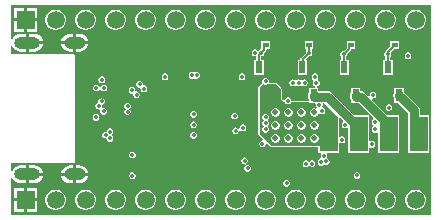
<source format=gbl>
G04*
G04 #@! TF.GenerationSoftware,Altium Limited,Altium Designer,21.0.8 (223)*
G04*
G04 Layer_Physical_Order=6*
G04 Layer_Color=16711680*
%FSLAX25Y25*%
%MOIN*%
G70*
G04*
G04 #@! TF.SameCoordinates,8808BF78-C309-42CA-8E72-27723A8412DA*
G04*
G04*
G04 #@! TF.FilePolarity,Positive*
G04*
G01*
G75*
%ADD17R,0.01968X0.01772*%
%ADD56C,0.00700*%
%ADD59C,0.05906*%
%ADD60R,0.05906X0.05906*%
%ADD61O,0.08661X0.03937*%
%ADD62O,0.07087X0.03937*%
%ADD63C,0.01400*%
%ADD64C,0.01968*%
%ADD65R,0.05906X0.11811*%
%ADD66R,0.02362X0.04134*%
%ADD67C,0.03000*%
G36*
X140000D02*
X0D01*
Y12300D01*
X500Y12399D01*
X671Y11987D01*
X1147Y11367D01*
X1767Y10891D01*
X2489Y10592D01*
X3264Y10490D01*
X5126D01*
Y13484D01*
Y16478D01*
X3264D01*
X2489Y16376D01*
X1767Y16077D01*
X1147Y15601D01*
X671Y14981D01*
X500Y14569D01*
X0Y14669D01*
Y17284D01*
X20980Y17284D01*
X21286Y17410D01*
X21413Y17717D01*
Y53150D01*
X21286Y53456D01*
X20980Y53583D01*
X0Y53583D01*
Y56198D01*
X500Y56297D01*
X671Y55885D01*
X1147Y55265D01*
X1767Y54789D01*
X2489Y54490D01*
X3264Y54388D01*
X5126D01*
Y57382D01*
Y60376D01*
X3264D01*
X2489Y60274D01*
X1767Y59975D01*
X1147Y59499D01*
X671Y58879D01*
X500Y58467D01*
X0Y58566D01*
Y70000D01*
X140000D01*
Y0D01*
D02*
G37*
%LPC*%
G36*
X8953Y68953D02*
X5500D01*
Y65500D01*
X8953D01*
Y68953D01*
D02*
G37*
G36*
X4500D02*
X1047D01*
Y65500D01*
X4500D01*
Y68953D01*
D02*
G37*
G36*
X135441Y68353D02*
X134559D01*
X133706Y68124D01*
X132941Y67683D01*
X132317Y67059D01*
X131876Y66294D01*
X131647Y65441D01*
Y64559D01*
X131876Y63706D01*
X132317Y62941D01*
X132941Y62317D01*
X133706Y61876D01*
X134559Y61647D01*
X135441D01*
X136294Y61876D01*
X137059Y62317D01*
X137683Y62941D01*
X138124Y63706D01*
X138353Y64559D01*
Y65441D01*
X138124Y66294D01*
X137683Y67059D01*
X137059Y67683D01*
X136294Y68124D01*
X135441Y68353D01*
D02*
G37*
G36*
X125441D02*
X124559D01*
X123706Y68124D01*
X122941Y67683D01*
X122317Y67059D01*
X121876Y66294D01*
X121647Y65441D01*
Y64559D01*
X121876Y63706D01*
X122317Y62941D01*
X122941Y62317D01*
X123706Y61876D01*
X124559Y61647D01*
X125441D01*
X126294Y61876D01*
X127059Y62317D01*
X127683Y62941D01*
X128124Y63706D01*
X128353Y64559D01*
Y65441D01*
X128124Y66294D01*
X127683Y67059D01*
X127059Y67683D01*
X126294Y68124D01*
X125441Y68353D01*
D02*
G37*
G36*
X115441D02*
X114559D01*
X113706Y68124D01*
X112941Y67683D01*
X112317Y67059D01*
X111876Y66294D01*
X111647Y65441D01*
Y64559D01*
X111876Y63706D01*
X112317Y62941D01*
X112941Y62317D01*
X113706Y61876D01*
X114559Y61647D01*
X115441D01*
X116294Y61876D01*
X117059Y62317D01*
X117683Y62941D01*
X118124Y63706D01*
X118353Y64559D01*
Y65441D01*
X118124Y66294D01*
X117683Y67059D01*
X117059Y67683D01*
X116294Y68124D01*
X115441Y68353D01*
D02*
G37*
G36*
X105441D02*
X104559D01*
X103706Y68124D01*
X102941Y67683D01*
X102317Y67059D01*
X101876Y66294D01*
X101647Y65441D01*
Y64559D01*
X101876Y63706D01*
X102317Y62941D01*
X102941Y62317D01*
X103706Y61876D01*
X104559Y61647D01*
X105441D01*
X106294Y61876D01*
X107059Y62317D01*
X107683Y62941D01*
X108124Y63706D01*
X108353Y64559D01*
Y65441D01*
X108124Y66294D01*
X107683Y67059D01*
X107059Y67683D01*
X106294Y68124D01*
X105441Y68353D01*
D02*
G37*
G36*
X95441D02*
X94559D01*
X93706Y68124D01*
X92941Y67683D01*
X92317Y67059D01*
X91876Y66294D01*
X91647Y65441D01*
Y64559D01*
X91876Y63706D01*
X92317Y62941D01*
X92941Y62317D01*
X93706Y61876D01*
X94559Y61647D01*
X95441D01*
X96294Y61876D01*
X97059Y62317D01*
X97683Y62941D01*
X98124Y63706D01*
X98353Y64559D01*
Y65441D01*
X98124Y66294D01*
X97683Y67059D01*
X97059Y67683D01*
X96294Y68124D01*
X95441Y68353D01*
D02*
G37*
G36*
X85441D02*
X84559D01*
X83706Y68124D01*
X82941Y67683D01*
X82317Y67059D01*
X81876Y66294D01*
X81647Y65441D01*
Y64559D01*
X81876Y63706D01*
X82317Y62941D01*
X82941Y62317D01*
X83706Y61876D01*
X84559Y61647D01*
X85441D01*
X86294Y61876D01*
X87059Y62317D01*
X87683Y62941D01*
X88124Y63706D01*
X88353Y64559D01*
Y65441D01*
X88124Y66294D01*
X87683Y67059D01*
X87059Y67683D01*
X86294Y68124D01*
X85441Y68353D01*
D02*
G37*
G36*
X75441D02*
X74559D01*
X73706Y68124D01*
X72941Y67683D01*
X72317Y67059D01*
X71876Y66294D01*
X71647Y65441D01*
Y64559D01*
X71876Y63706D01*
X72317Y62941D01*
X72941Y62317D01*
X73706Y61876D01*
X74559Y61647D01*
X75441D01*
X76294Y61876D01*
X77059Y62317D01*
X77683Y62941D01*
X78124Y63706D01*
X78353Y64559D01*
Y65441D01*
X78124Y66294D01*
X77683Y67059D01*
X77059Y67683D01*
X76294Y68124D01*
X75441Y68353D01*
D02*
G37*
G36*
X65441D02*
X64559D01*
X63706Y68124D01*
X62941Y67683D01*
X62317Y67059D01*
X61876Y66294D01*
X61647Y65441D01*
Y64559D01*
X61876Y63706D01*
X62317Y62941D01*
X62941Y62317D01*
X63706Y61876D01*
X64559Y61647D01*
X65441D01*
X66294Y61876D01*
X67059Y62317D01*
X67683Y62941D01*
X68124Y63706D01*
X68353Y64559D01*
Y65441D01*
X68124Y66294D01*
X67683Y67059D01*
X67059Y67683D01*
X66294Y68124D01*
X65441Y68353D01*
D02*
G37*
G36*
X55441D02*
X54559D01*
X53706Y68124D01*
X52941Y67683D01*
X52317Y67059D01*
X51876Y66294D01*
X51647Y65441D01*
Y64559D01*
X51876Y63706D01*
X52317Y62941D01*
X52941Y62317D01*
X53706Y61876D01*
X54559Y61647D01*
X55441D01*
X56294Y61876D01*
X57059Y62317D01*
X57683Y62941D01*
X58124Y63706D01*
X58353Y64559D01*
Y65441D01*
X58124Y66294D01*
X57683Y67059D01*
X57059Y67683D01*
X56294Y68124D01*
X55441Y68353D01*
D02*
G37*
G36*
X45441D02*
X44559D01*
X43706Y68124D01*
X42941Y67683D01*
X42317Y67059D01*
X41876Y66294D01*
X41647Y65441D01*
Y64559D01*
X41876Y63706D01*
X42317Y62941D01*
X42941Y62317D01*
X43706Y61876D01*
X44559Y61647D01*
X45441D01*
X46294Y61876D01*
X47059Y62317D01*
X47683Y62941D01*
X48124Y63706D01*
X48353Y64559D01*
Y65441D01*
X48124Y66294D01*
X47683Y67059D01*
X47059Y67683D01*
X46294Y68124D01*
X45441Y68353D01*
D02*
G37*
G36*
X35441D02*
X34559D01*
X33706Y68124D01*
X32941Y67683D01*
X32317Y67059D01*
X31876Y66294D01*
X31647Y65441D01*
Y64559D01*
X31876Y63706D01*
X32317Y62941D01*
X32941Y62317D01*
X33706Y61876D01*
X34559Y61647D01*
X35441D01*
X36294Y61876D01*
X37059Y62317D01*
X37683Y62941D01*
X38124Y63706D01*
X38353Y64559D01*
Y65441D01*
X38124Y66294D01*
X37683Y67059D01*
X37059Y67683D01*
X36294Y68124D01*
X35441Y68353D01*
D02*
G37*
G36*
X25441D02*
X24559D01*
X23706Y68124D01*
X22941Y67683D01*
X22317Y67059D01*
X21876Y66294D01*
X21647Y65441D01*
Y64559D01*
X21876Y63706D01*
X22317Y62941D01*
X22941Y62317D01*
X23706Y61876D01*
X24559Y61647D01*
X25441D01*
X26294Y61876D01*
X27059Y62317D01*
X27683Y62941D01*
X28124Y63706D01*
X28353Y64559D01*
Y65441D01*
X28124Y66294D01*
X27683Y67059D01*
X27059Y67683D01*
X26294Y68124D01*
X25441Y68353D01*
D02*
G37*
G36*
X15441D02*
X14559D01*
X13706Y68124D01*
X12941Y67683D01*
X12317Y67059D01*
X11876Y66294D01*
X11647Y65441D01*
Y64559D01*
X11876Y63706D01*
X12317Y62941D01*
X12941Y62317D01*
X13706Y61876D01*
X14559Y61647D01*
X15441D01*
X16294Y61876D01*
X17059Y62317D01*
X17683Y62941D01*
X18124Y63706D01*
X18353Y64559D01*
Y65441D01*
X18124Y66294D01*
X17683Y67059D01*
X17059Y67683D01*
X16294Y68124D01*
X15441Y68353D01*
D02*
G37*
G36*
X8953Y64500D02*
X5500D01*
Y61047D01*
X8953D01*
Y64500D01*
D02*
G37*
G36*
X4500D02*
X1047D01*
Y61047D01*
X4500D01*
Y64500D01*
D02*
G37*
G36*
X22949Y60376D02*
X21874D01*
Y57882D01*
X25877D01*
X25841Y58157D01*
X25542Y58879D01*
X25066Y59499D01*
X24446Y59975D01*
X23724Y60274D01*
X22949Y60376D01*
D02*
G37*
G36*
X20874D02*
X19799D01*
X19024Y60274D01*
X18302Y59975D01*
X17682Y59499D01*
X17206Y58879D01*
X16907Y58157D01*
X16871Y57882D01*
X20874D01*
Y60376D01*
D02*
G37*
G36*
X7988D02*
X6126D01*
Y57882D01*
X10916D01*
X10880Y58157D01*
X10581Y58879D01*
X10105Y59499D01*
X9485Y59975D01*
X8763Y60274D01*
X7988Y60376D01*
D02*
G37*
G36*
X86408Y57786D02*
X83639D01*
Y55221D01*
X83519Y55100D01*
X83281D01*
X82877Y54932D01*
X82827Y54882D01*
X82500Y54668D01*
X82173Y54882D01*
X82123Y54932D01*
X81719Y55100D01*
X81281D01*
X80877Y54932D01*
X80568Y54623D01*
X80400Y54219D01*
Y53781D01*
X80568Y53377D01*
X80877Y53067D01*
X81281Y52900D01*
X81719D01*
X81995Y52715D01*
Y51593D01*
X81179D01*
Y46659D01*
X84341D01*
Y51593D01*
X83525D01*
Y52900D01*
X83719D01*
X84123Y53067D01*
X84433Y53377D01*
X84600Y53781D01*
Y54019D01*
X85075Y54494D01*
X85075Y54494D01*
X85241Y54742D01*
X85299Y55034D01*
X85734Y55214D01*
X86408D01*
Y57786D01*
D02*
G37*
G36*
X25877Y56882D02*
X21874D01*
Y54388D01*
X22949D01*
X23724Y54490D01*
X24446Y54789D01*
X25066Y55265D01*
X25542Y55885D01*
X25841Y56607D01*
X25877Y56882D01*
D02*
G37*
G36*
X20874D02*
X16871D01*
X16907Y56607D01*
X17206Y55885D01*
X17682Y55265D01*
X18302Y54789D01*
X19024Y54490D01*
X19799Y54388D01*
X20874D01*
Y56882D01*
D02*
G37*
G36*
X10916D02*
X6126D01*
Y54388D01*
X7988D01*
X8763Y54490D01*
X9485Y54789D01*
X10105Y55265D01*
X10581Y55885D01*
X10880Y56607D01*
X10916Y56882D01*
D02*
G37*
G36*
X132719Y54100D02*
X132281D01*
X131877Y53932D01*
X131568Y53623D01*
X131400Y53219D01*
Y52781D01*
X131568Y52377D01*
X131877Y52068D01*
X132281Y51900D01*
X132719D01*
X133123Y52068D01*
X133432Y52377D01*
X133600Y52781D01*
Y53219D01*
X133432Y53623D01*
X133123Y53932D01*
X132719Y54100D01*
D02*
G37*
G36*
X62219Y47600D02*
X61781D01*
X61377Y47433D01*
X61250Y47306D01*
X61123Y47433D01*
X60719Y47600D01*
X60281D01*
X59877Y47433D01*
X59567Y47123D01*
X59400Y46719D01*
Y46281D01*
X59567Y45877D01*
X59877Y45568D01*
X60281Y45400D01*
X60719D01*
X61123Y45568D01*
X61250Y45694D01*
X61377Y45568D01*
X61781Y45400D01*
X62219D01*
X62623Y45568D01*
X62932Y45877D01*
X63100Y46281D01*
Y46719D01*
X62932Y47123D01*
X62623Y47433D01*
X62219Y47600D01*
D02*
G37*
G36*
X129408Y57786D02*
X126639D01*
Y56197D01*
X125219Y54777D01*
X125053Y54529D01*
X125009Y54304D01*
X124827Y54123D01*
X124660Y53719D01*
Y53281D01*
X124827Y52877D01*
X124995Y52709D01*
Y51593D01*
X124179D01*
Y46659D01*
X127341D01*
Y51593D01*
X126524D01*
Y52709D01*
X126692Y52877D01*
X126860Y53281D01*
Y53719D01*
X126703Y54098D01*
X127819Y55214D01*
X129408D01*
Y57786D01*
D02*
G37*
G36*
X114908D02*
X112139D01*
Y56038D01*
X112125Y55964D01*
Y55706D01*
X111019Y54600D01*
X110781D01*
X110377Y54432D01*
X110067Y54123D01*
X109900Y53719D01*
Y53281D01*
X110067Y52877D01*
X110235Y52709D01*
Y51593D01*
X109679D01*
Y46659D01*
X112841D01*
Y51593D01*
X111765D01*
Y52709D01*
X111933Y52877D01*
X112100Y53281D01*
Y53519D01*
X113430Y54849D01*
X113596Y55097D01*
X113619Y55214D01*
X114908D01*
Y57786D01*
D02*
G37*
G36*
X100908D02*
X98139D01*
Y55214D01*
X98550D01*
X98659Y54714D01*
X98567Y54623D01*
X98400Y54219D01*
Y53981D01*
X96792Y52374D01*
X96626Y52126D01*
X96568Y51833D01*
Y51593D01*
X95679D01*
Y46659D01*
X98841D01*
Y51593D01*
X98828D01*
X98636Y52055D01*
X99481Y52900D01*
X99719D01*
X100123Y53067D01*
X100433Y53377D01*
X100600Y53781D01*
Y54219D01*
X100433Y54623D01*
X100341Y54714D01*
X100450Y55214D01*
X100908D01*
Y57786D01*
D02*
G37*
G36*
X77343Y47100D02*
X76906D01*
X76501Y46933D01*
X76192Y46623D01*
X76024Y46219D01*
Y45781D01*
X76192Y45377D01*
X76501Y45068D01*
X76906Y44900D01*
X77343D01*
X77747Y45068D01*
X78057Y45377D01*
X78224Y45781D01*
Y46219D01*
X78057Y46623D01*
X77747Y46933D01*
X77343Y47100D01*
D02*
G37*
G36*
X51719D02*
X51281D01*
X50877Y46933D01*
X50568Y46623D01*
X50400Y46219D01*
Y45781D01*
X50568Y45377D01*
X50877Y45068D01*
X51281Y44900D01*
X51719D01*
X52123Y45068D01*
X52433Y45377D01*
X52600Y45781D01*
Y46219D01*
X52433Y46623D01*
X52123Y46933D01*
X51719Y47100D01*
D02*
G37*
G36*
X98219Y45100D02*
X97781D01*
X97377Y44932D01*
X97327Y44882D01*
X97000Y44668D01*
X96673Y44882D01*
X96623Y44932D01*
X96219Y45100D01*
X95781D01*
X95377Y44932D01*
X95327Y44882D01*
X95000Y44668D01*
X94673Y44882D01*
X94623Y44932D01*
X94219Y45100D01*
X93781D01*
X93377Y44932D01*
X93068Y44623D01*
X92900Y44219D01*
Y43781D01*
X93068Y43377D01*
X93377Y43067D01*
X93781Y42900D01*
X94219D01*
X94623Y43067D01*
X94673Y43118D01*
X95000Y43332D01*
X95327Y43118D01*
X95377Y43067D01*
X95781Y42900D01*
X96219D01*
X96623Y43067D01*
X96673Y43118D01*
X97000Y43332D01*
X97327Y43118D01*
X97377Y43067D01*
X97781Y42900D01*
X98219D01*
X98623Y43067D01*
X98932Y43377D01*
X99100Y43781D01*
Y44219D01*
X98932Y44623D01*
X98623Y44932D01*
X98219Y45100D01*
D02*
G37*
G36*
X30619Y46100D02*
X30181D01*
X29777Y45932D01*
X29467Y45623D01*
X29300Y45219D01*
Y44781D01*
X29467Y44377D01*
X29777Y44067D01*
X30181Y43900D01*
X30619D01*
X31023Y44067D01*
X31332Y44377D01*
X31500Y44781D01*
Y45219D01*
X31332Y45623D01*
X31023Y45932D01*
X30619Y46100D01*
D02*
G37*
G36*
X31319Y43300D02*
X30881D01*
X30477Y43132D01*
X30167Y42823D01*
X30121Y42710D01*
X29579D01*
X29533Y42823D01*
X29223Y43132D01*
X28819Y43300D01*
X28381D01*
X27977Y43132D01*
X27667Y42823D01*
X27500Y42419D01*
Y41981D01*
X27667Y41577D01*
X27977Y41267D01*
X28381Y41100D01*
X28819D01*
X29223Y41267D01*
X29533Y41577D01*
X29579Y41690D01*
X30121D01*
X30167Y41577D01*
X30477Y41267D01*
X30881Y41100D01*
X31319D01*
X31723Y41267D01*
X32032Y41577D01*
X32200Y41981D01*
Y42419D01*
X32032Y42823D01*
X31723Y43132D01*
X31319Y43300D01*
D02*
G37*
G36*
X43219Y44600D02*
X42781D01*
X42377Y44433D01*
X42068Y44123D01*
X41900Y43719D01*
Y43281D01*
X42068Y42877D01*
X42377Y42568D01*
X42781Y42400D01*
X42938D01*
X43270Y42270D01*
X43400Y41938D01*
Y41781D01*
X43567Y41377D01*
X43877Y41067D01*
X44281Y40900D01*
X44719D01*
X45123Y41067D01*
X45432Y41377D01*
X45600Y41781D01*
Y42219D01*
X45432Y42623D01*
X45123Y42933D01*
X44719Y43100D01*
X44562D01*
X44230Y43230D01*
X44100Y43562D01*
Y43719D01*
X43933Y44123D01*
X43623Y44433D01*
X43219Y44600D01*
D02*
G37*
G36*
X40719Y42600D02*
X40281D01*
X39877Y42432D01*
X39568Y42123D01*
X39400Y41719D01*
Y41281D01*
X39568Y40877D01*
X39877Y40567D01*
X40281Y40400D01*
X40438D01*
X40770Y40270D01*
X40900Y39938D01*
Y39781D01*
X41067Y39377D01*
X41377Y39068D01*
X41781Y38900D01*
X42219D01*
X42623Y39068D01*
X42933Y39377D01*
X43100Y39781D01*
Y40219D01*
X42933Y40623D01*
X42623Y40933D01*
X42219Y41100D01*
X42062D01*
X41730Y41230D01*
X41600Y41562D01*
Y41719D01*
X41432Y42123D01*
X41123Y42432D01*
X40719Y42600D01*
D02*
G37*
G36*
X101719Y47100D02*
X101281D01*
X100877Y46933D01*
X100567Y46623D01*
X100400Y46219D01*
Y45781D01*
X100567Y45377D01*
X100868Y45077D01*
X100877Y45068D01*
X100968Y44524D01*
X100801Y44120D01*
Y43682D01*
X100968Y43278D01*
X101278Y42968D01*
X101585Y42841D01*
X101486Y42341D01*
X99419D01*
Y40928D01*
X99210Y40615D01*
X99063Y39874D01*
Y39626D01*
X99210Y38885D01*
X99419Y38572D01*
Y37933D01*
X93600D01*
Y38219D01*
X93432Y38623D01*
X93123Y38932D01*
X92719Y39100D01*
X92281D01*
X91877Y38932D01*
X91567Y38623D01*
X91459Y38361D01*
X91050Y38214D01*
X90900Y38212D01*
X90433Y38679D01*
Y42000D01*
X90306Y42306D01*
X88806Y43806D01*
X88500Y43933D01*
X86333D01*
X86100Y44281D01*
Y44719D01*
X85932Y45123D01*
X85623Y45432D01*
X85219Y45600D01*
X84781D01*
X84377Y45432D01*
X84067Y45123D01*
X83900Y44719D01*
Y44281D01*
X83694Y43806D01*
X82694Y42806D01*
X82567Y42500D01*
Y27000D01*
X82694Y26694D01*
X84136Y25252D01*
X83929Y24752D01*
X83746D01*
X83342Y24584D01*
X83033Y24275D01*
X82865Y23870D01*
Y23433D01*
X83033Y23029D01*
X83342Y22719D01*
X83746Y22552D01*
X84184D01*
X84588Y22719D01*
X84898Y23029D01*
X85065Y23433D01*
Y23616D01*
X85565Y23823D01*
X86694Y22694D01*
X87000Y22567D01*
X102647D01*
Y20695D01*
X103381D01*
X103588Y20195D01*
X103568Y20174D01*
X103400Y19769D01*
Y19332D01*
X103496Y19100D01*
X103311Y18669D01*
X103215Y18573D01*
X102877Y18432D01*
X102568Y18123D01*
X102400Y17719D01*
Y17281D01*
X102568Y16877D01*
X102877Y16567D01*
X103281Y16400D01*
X103719D01*
X104123Y16567D01*
X104172Y16616D01*
X104656Y16839D01*
X105061Y16671D01*
X105498D01*
X105903Y16839D01*
X106212Y17148D01*
X106379Y17552D01*
Y17990D01*
X106212Y18394D01*
X105903Y18704D01*
X105849Y18726D01*
X105503Y18893D01*
X105599Y19329D01*
X105600Y19332D01*
Y19769D01*
X105432Y20174D01*
X105412Y20195D01*
X105619Y20695D01*
X109353D01*
Y23306D01*
X109433Y23500D01*
Y23804D01*
X109677Y23949D01*
X109933Y24044D01*
X110281Y23900D01*
X110719D01*
X111123Y24068D01*
X111433Y24377D01*
X111600Y24781D01*
Y25219D01*
X111433Y25623D01*
X111123Y25932D01*
X110719Y26100D01*
X110281D01*
X109933Y25956D01*
X109677Y26051D01*
X109433Y26196D01*
Y32297D01*
X109930Y32507D01*
X110938Y31499D01*
X110877Y30933D01*
X110567Y30623D01*
X110400Y30219D01*
Y29781D01*
X110567Y29377D01*
X110877Y29068D01*
X111281Y28900D01*
X111719D01*
X112123Y29068D01*
X112147Y29092D01*
X112647Y28885D01*
Y20695D01*
X119353D01*
Y22385D01*
X119853Y22592D01*
X119877Y22568D01*
X120281Y22400D01*
X120719D01*
X121123Y22568D01*
X121432Y22877D01*
X121600Y23281D01*
Y23719D01*
X121432Y24123D01*
X121123Y24432D01*
X120719Y24600D01*
X120281D01*
X119877Y24432D01*
X119853Y24408D01*
X119353Y24615D01*
Y33305D01*
X114734D01*
X114581Y33336D01*
X107240Y40677D01*
X106611Y41097D01*
X105870Y41244D01*
X102581D01*
Y42341D01*
X102316D01*
X102216Y42841D01*
X102524Y42968D01*
X102833Y43278D01*
X103001Y43682D01*
Y44120D01*
X102833Y44524D01*
X102533Y44824D01*
X102524Y44833D01*
X102433Y45377D01*
X102600Y45781D01*
Y46219D01*
X102433Y46623D01*
X102123Y46933D01*
X101719Y47100D01*
D02*
G37*
G36*
X126319Y36800D02*
X125881D01*
X125477Y36632D01*
X125168Y36323D01*
X125000Y35919D01*
Y35481D01*
X125168Y35077D01*
X125477Y34767D01*
X125881Y34600D01*
X126319D01*
X126723Y34767D01*
X127032Y35077D01*
X127200Y35481D01*
Y35919D01*
X127032Y36323D01*
X126723Y36632D01*
X126319Y36800D01*
D02*
G37*
G36*
X30589Y38900D02*
X30152D01*
X29747Y38732D01*
X29438Y38423D01*
X29270Y38019D01*
Y37581D01*
X28841Y37312D01*
X28713Y37260D01*
X28403Y36950D01*
X28236Y36546D01*
Y36108D01*
X28403Y35704D01*
X28713Y35394D01*
X29117Y35227D01*
X29555D01*
X29572Y35234D01*
X29955Y34852D01*
X29900Y34719D01*
Y34281D01*
X30068Y33877D01*
X30377Y33568D01*
X30781Y33400D01*
X31219D01*
X31623Y33568D01*
X31933Y33877D01*
X32100Y34281D01*
Y34719D01*
X31933Y35123D01*
X31623Y35432D01*
X31219Y35600D01*
X30781D01*
X30764Y35593D01*
X30381Y35975D01*
X30436Y36108D01*
Y36546D01*
X30866Y36815D01*
X30994Y36867D01*
X31303Y37177D01*
X31470Y37581D01*
Y38019D01*
X31303Y38423D01*
X30994Y38732D01*
X30589Y38900D01*
D02*
G37*
G36*
X39219Y37250D02*
X38781D01*
X38377Y37082D01*
X38067Y36773D01*
X37900Y36369D01*
Y35931D01*
X38067Y35527D01*
X38344Y35250D01*
X38067Y34973D01*
X37900Y34569D01*
Y34131D01*
X38067Y33727D01*
X38377Y33417D01*
X38781Y33250D01*
X39219D01*
X39623Y33417D01*
X39933Y33727D01*
X40100Y34131D01*
Y34569D01*
X39933Y34973D01*
X39656Y35250D01*
X39933Y35527D01*
X40100Y35931D01*
Y36369D01*
X39933Y36773D01*
X39623Y37082D01*
X39219Y37250D01*
D02*
G37*
G36*
X61232Y34600D02*
X60794D01*
X60390Y34433D01*
X60080Y34123D01*
X59913Y33719D01*
Y33281D01*
X60080Y32877D01*
X60390Y32568D01*
X60794Y32400D01*
X61232D01*
X61636Y32568D01*
X61945Y32877D01*
X62113Y33281D01*
Y33719D01*
X61945Y34123D01*
X61636Y34433D01*
X61232Y34600D01*
D02*
G37*
G36*
X74920Y33956D02*
X74482D01*
X74078Y33789D01*
X73769Y33479D01*
X73601Y33075D01*
Y32637D01*
X73769Y32233D01*
X74078Y31924D01*
X74482Y31756D01*
X74920D01*
X75324Y31924D01*
X75634Y32233D01*
X75801Y32637D01*
Y33075D01*
X75634Y33479D01*
X75324Y33789D01*
X74920Y33956D01*
D02*
G37*
G36*
X28719Y33600D02*
X28281D01*
X27877Y33432D01*
X27567Y33123D01*
X27400Y32719D01*
Y32281D01*
X27567Y31877D01*
X27877Y31567D01*
X28281Y31400D01*
X28719D01*
X29123Y31567D01*
X29432Y31877D01*
X29600Y32281D01*
Y32719D01*
X29432Y33123D01*
X29123Y33432D01*
X28719Y33600D01*
D02*
G37*
G36*
X61219Y31100D02*
X60781D01*
X60377Y30933D01*
X60067Y30623D01*
X59900Y30219D01*
Y29781D01*
X60067Y29377D01*
X60377Y29068D01*
X60781Y28900D01*
X61219D01*
X61623Y29068D01*
X61932Y29377D01*
X62100Y29781D01*
Y30219D01*
X61932Y30623D01*
X61623Y30933D01*
X61219Y31100D01*
D02*
G37*
G36*
X77719Y30100D02*
X77281D01*
X76877Y29932D01*
X76568Y29623D01*
X76400Y29219D01*
Y28859D01*
X76400Y28781D01*
X75945Y28612D01*
X75933Y28623D01*
X75896Y28660D01*
X75623Y28932D01*
X75219Y29100D01*
X74781D01*
X74377Y28932D01*
X74067Y28623D01*
X73900Y28219D01*
Y27781D01*
X74067Y27377D01*
X74377Y27068D01*
X74781Y26900D01*
X75219D01*
X75623Y27068D01*
X75933Y27377D01*
X76100Y27781D01*
Y28141D01*
X76100Y28219D01*
X76556Y28388D01*
X76568Y28377D01*
X76604Y28340D01*
X76877Y28067D01*
X77281Y27900D01*
X77719D01*
X78123Y28067D01*
X78433Y28377D01*
X78600Y28781D01*
Y29219D01*
X78433Y29623D01*
X78123Y29932D01*
X77719Y30100D01*
D02*
G37*
G36*
X61219Y27600D02*
X60781D01*
X60377Y27433D01*
X60067Y27123D01*
X59900Y26719D01*
Y26281D01*
X60067Y25877D01*
X60377Y25567D01*
X60781Y25400D01*
X61219D01*
X61623Y25567D01*
X61932Y25877D01*
X62100Y26281D01*
Y26719D01*
X61932Y27123D01*
X61623Y27433D01*
X61219Y27600D01*
D02*
G37*
G36*
X33419Y28800D02*
X32981D01*
X32577Y28633D01*
X32267Y28323D01*
X32100Y27919D01*
Y27821D01*
X31919Y27700D01*
X31481D01*
X31077Y27533D01*
X30768Y27223D01*
X30600Y26819D01*
Y26381D01*
X30768Y25977D01*
X31077Y25668D01*
X31481Y25500D01*
X31919D01*
X32100Y25379D01*
Y25281D01*
X32267Y24877D01*
X32577Y24567D01*
X32981Y24400D01*
X33419D01*
X33823Y24567D01*
X34133Y24877D01*
X34300Y25281D01*
Y25719D01*
X34133Y26123D01*
X33969Y26287D01*
X33874Y26600D01*
X33969Y26913D01*
X34133Y27077D01*
X34300Y27481D01*
Y27919D01*
X34133Y28323D01*
X33823Y28633D01*
X33419Y28800D01*
D02*
G37*
G36*
X131081Y42341D02*
X127919D01*
Y40928D01*
X127710Y40615D01*
X127563Y39874D01*
Y39626D01*
X127710Y38885D01*
X127919Y38572D01*
Y37407D01*
X129227D01*
X132639Y33996D01*
Y28424D01*
X132647Y28381D01*
Y20695D01*
X139353D01*
Y33305D01*
X136513D01*
Y34798D01*
X136366Y35539D01*
X135946Y36168D01*
X131437Y40677D01*
X131097Y40904D01*
X131081Y40928D01*
Y42341D01*
D02*
G37*
G36*
X116581D02*
X113419D01*
Y40928D01*
X113210Y40615D01*
X113063Y39874D01*
Y39626D01*
X113210Y38885D01*
X113419Y38572D01*
Y37407D01*
X115132D01*
X115319Y37370D01*
X116068D01*
X120938Y32499D01*
X120877Y31933D01*
X120861Y31917D01*
X120568Y31623D01*
X120400Y31219D01*
Y30781D01*
X120568Y30377D01*
X120877Y30068D01*
X120990Y30021D01*
Y29479D01*
X120877Y29432D01*
X120568Y29123D01*
X120400Y28719D01*
Y28281D01*
X120568Y27877D01*
X120877Y27567D01*
X121281Y27400D01*
X121719D01*
X122123Y27567D01*
X122147Y27592D01*
X122647Y27384D01*
Y20695D01*
X129353D01*
Y33305D01*
X125611D01*
X123947Y34970D01*
X123947Y34970D01*
X120514Y38403D01*
X120553Y38539D01*
X120759Y38865D01*
X121084D01*
X121488Y39032D01*
X121797Y39342D01*
X121965Y39746D01*
Y40184D01*
X121797Y40588D01*
X121488Y40897D01*
X121084Y41065D01*
X120646D01*
X120242Y40897D01*
X119932Y40588D01*
X119765Y40184D01*
Y39859D01*
X119439Y39652D01*
X119303Y39614D01*
X118240Y40677D01*
X117611Y41097D01*
X116870Y41244D01*
X116581D01*
Y42341D01*
D02*
G37*
G36*
X40819Y21000D02*
X40381D01*
X39977Y20832D01*
X39667Y20523D01*
X39500Y20119D01*
Y19681D01*
X39667Y19277D01*
X39977Y18968D01*
X40381Y18800D01*
X40819D01*
X41223Y18968D01*
X41532Y19277D01*
X41700Y19681D01*
Y20119D01*
X41532Y20523D01*
X41223Y20832D01*
X40819Y21000D01*
D02*
G37*
G36*
X100777Y18158D02*
X100339D01*
X99935Y17991D01*
X99827Y17882D01*
X99563Y17709D01*
X99173Y17882D01*
X99123Y17932D01*
X98719Y18100D01*
X98281D01*
X97877Y17932D01*
X97567Y17623D01*
X97400Y17219D01*
Y16781D01*
X97567Y16377D01*
X97877Y16068D01*
X98281Y15900D01*
X98719D01*
X99123Y16068D01*
X99232Y16176D01*
X99495Y16349D01*
X99885Y16176D01*
X99935Y16126D01*
X100339Y15958D01*
X100777D01*
X101181Y16126D01*
X101491Y16435D01*
X101658Y16839D01*
Y17277D01*
X101491Y17681D01*
X101181Y17991D01*
X100777Y18158D01*
D02*
G37*
G36*
X78219Y19100D02*
X77781D01*
X77377Y18933D01*
X77068Y18623D01*
X76900Y18219D01*
Y17781D01*
X77068Y17377D01*
X77377Y17067D01*
X77781Y16900D01*
X78141D01*
X78219Y16900D01*
X78388Y16444D01*
X78377Y16432D01*
X78340Y16396D01*
X78067Y16123D01*
X77900Y15719D01*
Y15281D01*
X78067Y14877D01*
X78377Y14568D01*
X78781Y14400D01*
X79219D01*
X79623Y14568D01*
X79932Y14877D01*
X80100Y15281D01*
Y15719D01*
X79932Y16123D01*
X79623Y16432D01*
X79219Y16600D01*
X78859D01*
X78781Y16600D01*
X78612Y17055D01*
X78623Y17067D01*
X78660Y17104D01*
X78932Y17377D01*
X79100Y17781D01*
Y18219D01*
X78932Y18623D01*
X78623Y18933D01*
X78219Y19100D01*
D02*
G37*
G36*
X22949Y16478D02*
X21874D01*
Y13984D01*
X25877D01*
X25841Y14259D01*
X25542Y14981D01*
X25066Y15601D01*
X24446Y16077D01*
X23724Y16376D01*
X22949Y16478D01*
D02*
G37*
G36*
X20874D02*
X19799D01*
X19024Y16376D01*
X18302Y16077D01*
X17682Y15601D01*
X17206Y14981D01*
X16907Y14259D01*
X16871Y13984D01*
X20874D01*
Y16478D01*
D02*
G37*
G36*
X7988D02*
X6126D01*
Y13984D01*
X10916D01*
X10880Y14259D01*
X10581Y14981D01*
X10105Y15601D01*
X9485Y16077D01*
X8763Y16376D01*
X7988Y16478D01*
D02*
G37*
G36*
X115719Y14200D02*
X115281D01*
X114877Y14032D01*
X114567Y13723D01*
X114400Y13319D01*
Y12881D01*
X114567Y12477D01*
X114877Y12167D01*
X115281Y12000D01*
X115719D01*
X116123Y12167D01*
X116432Y12477D01*
X116600Y12881D01*
Y13319D01*
X116432Y13723D01*
X116123Y14032D01*
X115719Y14200D01*
D02*
G37*
G36*
X40819Y14100D02*
X40381D01*
X39977Y13932D01*
X39667Y13623D01*
X39500Y13219D01*
Y12781D01*
X39667Y12377D01*
X39977Y12067D01*
X40381Y11900D01*
X40819D01*
X41223Y12067D01*
X41532Y12377D01*
X41700Y12781D01*
Y13219D01*
X41532Y13623D01*
X41223Y13932D01*
X40819Y14100D01*
D02*
G37*
G36*
X25877Y12984D02*
X21874D01*
Y10490D01*
X22949D01*
X23724Y10592D01*
X24446Y10891D01*
X25066Y11367D01*
X25542Y11987D01*
X25841Y12709D01*
X25877Y12984D01*
D02*
G37*
G36*
X20874D02*
X16871D01*
X16907Y12709D01*
X17206Y11987D01*
X17682Y11367D01*
X18302Y10891D01*
X19024Y10592D01*
X19799Y10490D01*
X20874D01*
Y12984D01*
D02*
G37*
G36*
X10916D02*
X6126D01*
Y10490D01*
X7988D01*
X8763Y10592D01*
X9485Y10891D01*
X10105Y11367D01*
X10581Y11987D01*
X10880Y12709D01*
X10916Y12984D01*
D02*
G37*
G36*
X92219Y11600D02*
X91781D01*
X91377Y11433D01*
X91067Y11123D01*
X90900Y10719D01*
Y10281D01*
X91067Y9877D01*
X91377Y9567D01*
X91781Y9400D01*
X92219D01*
X92623Y9567D01*
X92932Y9877D01*
X93100Y10281D01*
Y10719D01*
X92932Y11123D01*
X92623Y11433D01*
X92219Y11600D01*
D02*
G37*
G36*
X8953Y8953D02*
X5500D01*
Y5500D01*
X8953D01*
Y8953D01*
D02*
G37*
G36*
X4500D02*
X1047D01*
Y5500D01*
X4500D01*
Y8953D01*
D02*
G37*
G36*
X135441Y8353D02*
X134559D01*
X133706Y8124D01*
X132941Y7683D01*
X132317Y7059D01*
X131876Y6294D01*
X131647Y5441D01*
Y4559D01*
X131876Y3706D01*
X132317Y2941D01*
X132941Y2317D01*
X133706Y1876D01*
X134559Y1647D01*
X135441D01*
X136294Y1876D01*
X137059Y2317D01*
X137683Y2941D01*
X138124Y3706D01*
X138353Y4559D01*
Y5441D01*
X138124Y6294D01*
X137683Y7059D01*
X137059Y7683D01*
X136294Y8124D01*
X135441Y8353D01*
D02*
G37*
G36*
X125441D02*
X124559D01*
X123706Y8124D01*
X122941Y7683D01*
X122317Y7059D01*
X121876Y6294D01*
X121647Y5441D01*
Y4559D01*
X121876Y3706D01*
X122317Y2941D01*
X122941Y2317D01*
X123706Y1876D01*
X124559Y1647D01*
X125441D01*
X126294Y1876D01*
X127059Y2317D01*
X127683Y2941D01*
X128124Y3706D01*
X128353Y4559D01*
Y5441D01*
X128124Y6294D01*
X127683Y7059D01*
X127059Y7683D01*
X126294Y8124D01*
X125441Y8353D01*
D02*
G37*
G36*
X115441D02*
X114559D01*
X113706Y8124D01*
X112941Y7683D01*
X112317Y7059D01*
X111876Y6294D01*
X111647Y5441D01*
Y4559D01*
X111876Y3706D01*
X112317Y2941D01*
X112941Y2317D01*
X113706Y1876D01*
X114559Y1647D01*
X115441D01*
X116294Y1876D01*
X117059Y2317D01*
X117683Y2941D01*
X118124Y3706D01*
X118353Y4559D01*
Y5441D01*
X118124Y6294D01*
X117683Y7059D01*
X117059Y7683D01*
X116294Y8124D01*
X115441Y8353D01*
D02*
G37*
G36*
X105441D02*
X104559D01*
X103706Y8124D01*
X102941Y7683D01*
X102317Y7059D01*
X101876Y6294D01*
X101647Y5441D01*
Y4559D01*
X101876Y3706D01*
X102317Y2941D01*
X102941Y2317D01*
X103706Y1876D01*
X104559Y1647D01*
X105441D01*
X106294Y1876D01*
X107059Y2317D01*
X107683Y2941D01*
X108124Y3706D01*
X108353Y4559D01*
Y5441D01*
X108124Y6294D01*
X107683Y7059D01*
X107059Y7683D01*
X106294Y8124D01*
X105441Y8353D01*
D02*
G37*
G36*
X95441D02*
X94559D01*
X93706Y8124D01*
X92941Y7683D01*
X92317Y7059D01*
X91876Y6294D01*
X91647Y5441D01*
Y4559D01*
X91876Y3706D01*
X92317Y2941D01*
X92941Y2317D01*
X93706Y1876D01*
X94559Y1647D01*
X95441D01*
X96294Y1876D01*
X97059Y2317D01*
X97683Y2941D01*
X98124Y3706D01*
X98353Y4559D01*
Y5441D01*
X98124Y6294D01*
X97683Y7059D01*
X97059Y7683D01*
X96294Y8124D01*
X95441Y8353D01*
D02*
G37*
G36*
X85441D02*
X84559D01*
X83706Y8124D01*
X82941Y7683D01*
X82317Y7059D01*
X81876Y6294D01*
X81647Y5441D01*
Y4559D01*
X81876Y3706D01*
X82317Y2941D01*
X82941Y2317D01*
X83706Y1876D01*
X84559Y1647D01*
X85441D01*
X86294Y1876D01*
X87059Y2317D01*
X87683Y2941D01*
X88124Y3706D01*
X88353Y4559D01*
Y5441D01*
X88124Y6294D01*
X87683Y7059D01*
X87059Y7683D01*
X86294Y8124D01*
X85441Y8353D01*
D02*
G37*
G36*
X75441D02*
X74559D01*
X73706Y8124D01*
X72941Y7683D01*
X72317Y7059D01*
X71876Y6294D01*
X71647Y5441D01*
Y4559D01*
X71876Y3706D01*
X72317Y2941D01*
X72941Y2317D01*
X73706Y1876D01*
X74559Y1647D01*
X75441D01*
X76294Y1876D01*
X77059Y2317D01*
X77683Y2941D01*
X78124Y3706D01*
X78353Y4559D01*
Y5441D01*
X78124Y6294D01*
X77683Y7059D01*
X77059Y7683D01*
X76294Y8124D01*
X75441Y8353D01*
D02*
G37*
G36*
X65441D02*
X64559D01*
X63706Y8124D01*
X62941Y7683D01*
X62317Y7059D01*
X61876Y6294D01*
X61647Y5441D01*
Y4559D01*
X61876Y3706D01*
X62317Y2941D01*
X62941Y2317D01*
X63706Y1876D01*
X64559Y1647D01*
X65441D01*
X66294Y1876D01*
X67059Y2317D01*
X67683Y2941D01*
X68124Y3706D01*
X68353Y4559D01*
Y5441D01*
X68124Y6294D01*
X67683Y7059D01*
X67059Y7683D01*
X66294Y8124D01*
X65441Y8353D01*
D02*
G37*
G36*
X55441D02*
X54559D01*
X53706Y8124D01*
X52941Y7683D01*
X52317Y7059D01*
X51876Y6294D01*
X51647Y5441D01*
Y4559D01*
X51876Y3706D01*
X52317Y2941D01*
X52941Y2317D01*
X53706Y1876D01*
X54559Y1647D01*
X55441D01*
X56294Y1876D01*
X57059Y2317D01*
X57683Y2941D01*
X58124Y3706D01*
X58353Y4559D01*
Y5441D01*
X58124Y6294D01*
X57683Y7059D01*
X57059Y7683D01*
X56294Y8124D01*
X55441Y8353D01*
D02*
G37*
G36*
X45441D02*
X44559D01*
X43706Y8124D01*
X42941Y7683D01*
X42317Y7059D01*
X41876Y6294D01*
X41647Y5441D01*
Y4559D01*
X41876Y3706D01*
X42317Y2941D01*
X42941Y2317D01*
X43706Y1876D01*
X44559Y1647D01*
X45441D01*
X46294Y1876D01*
X47059Y2317D01*
X47683Y2941D01*
X48124Y3706D01*
X48353Y4559D01*
Y5441D01*
X48124Y6294D01*
X47683Y7059D01*
X47059Y7683D01*
X46294Y8124D01*
X45441Y8353D01*
D02*
G37*
G36*
X35441D02*
X34559D01*
X33706Y8124D01*
X32941Y7683D01*
X32317Y7059D01*
X31876Y6294D01*
X31647Y5441D01*
Y4559D01*
X31876Y3706D01*
X32317Y2941D01*
X32941Y2317D01*
X33706Y1876D01*
X34559Y1647D01*
X35441D01*
X36294Y1876D01*
X37059Y2317D01*
X37683Y2941D01*
X38124Y3706D01*
X38353Y4559D01*
Y5441D01*
X38124Y6294D01*
X37683Y7059D01*
X37059Y7683D01*
X36294Y8124D01*
X35441Y8353D01*
D02*
G37*
G36*
X25441D02*
X24559D01*
X23706Y8124D01*
X22941Y7683D01*
X22317Y7059D01*
X21876Y6294D01*
X21647Y5441D01*
Y4559D01*
X21876Y3706D01*
X22317Y2941D01*
X22941Y2317D01*
X23706Y1876D01*
X24559Y1647D01*
X25441D01*
X26294Y1876D01*
X27059Y2317D01*
X27683Y2941D01*
X28124Y3706D01*
X28353Y4559D01*
Y5441D01*
X28124Y6294D01*
X27683Y7059D01*
X27059Y7683D01*
X26294Y8124D01*
X25441Y8353D01*
D02*
G37*
G36*
X15441D02*
X14559D01*
X13706Y8124D01*
X12941Y7683D01*
X12317Y7059D01*
X11876Y6294D01*
X11647Y5441D01*
Y4559D01*
X11876Y3706D01*
X12317Y2941D01*
X12941Y2317D01*
X13706Y1876D01*
X14559Y1647D01*
X15441D01*
X16294Y1876D01*
X17059Y2317D01*
X17683Y2941D01*
X18124Y3706D01*
X18353Y4559D01*
Y5441D01*
X18124Y6294D01*
X17683Y7059D01*
X17059Y7683D01*
X16294Y8124D01*
X15441Y8353D01*
D02*
G37*
G36*
X8953Y4500D02*
X5500D01*
Y1047D01*
X8953D01*
Y4500D01*
D02*
G37*
G36*
X4500D02*
X1047D01*
Y1047D01*
X4500D01*
Y4500D01*
D02*
G37*
%LPD*%
G36*
X90000Y42000D02*
Y38500D01*
X91000Y37500D01*
X91517D01*
X91567Y37377D01*
X91877Y37067D01*
X92281Y36900D01*
X92719D01*
X93123Y37067D01*
X93432Y37377D01*
X93484Y37500D01*
X99419D01*
Y37407D01*
X101132D01*
X101319Y37370D01*
X101535D01*
X101859Y36870D01*
X101812Y36757D01*
Y36319D01*
X101979Y35915D01*
X102098Y35796D01*
X101815Y35372D01*
X101586Y35467D01*
X101035D01*
X100526Y35256D01*
X100137Y34867D01*
X99926Y34358D01*
Y33807D01*
X100137Y33299D01*
X100526Y32909D01*
X101035Y32698D01*
X101586D01*
X102094Y32909D01*
X102484Y33299D01*
X102585Y33542D01*
X103156Y33678D01*
X103165Y33669D01*
X103569Y33502D01*
X104007D01*
X104411Y33669D01*
X104721Y33979D01*
X104888Y34383D01*
Y34821D01*
X104721Y35225D01*
X104411Y35534D01*
X104220Y35614D01*
X103999Y35790D01*
X103963Y36202D01*
X104012Y36319D01*
Y36757D01*
X103994Y36799D01*
X104418Y37082D01*
X109000Y32500D01*
Y23500D01*
X108500Y23000D01*
X87000D01*
X83000Y27000D01*
Y42500D01*
X84000Y43500D01*
X84540D01*
X84781Y43400D01*
X85219D01*
X85460Y43500D01*
X88500D01*
X90000Y42000D01*
D02*
G37*
%LPC*%
G36*
X97255Y35467D02*
X96704D01*
X96195Y35256D01*
X95806Y34867D01*
X95595Y34358D01*
Y33807D01*
X95806Y33299D01*
X96195Y32909D01*
X96704Y32698D01*
X97255D01*
X97764Y32909D01*
X98153Y33299D01*
X98364Y33807D01*
Y34358D01*
X98153Y34867D01*
X97764Y35256D01*
X97255Y35467D01*
D02*
G37*
G36*
X92924D02*
X92374D01*
X91865Y35256D01*
X91475Y34867D01*
X91265Y34358D01*
Y33807D01*
X91475Y33299D01*
X91865Y32909D01*
X92374Y32698D01*
X92924D01*
X93433Y32909D01*
X93822Y33299D01*
X94033Y33807D01*
Y34358D01*
X93822Y34867D01*
X93433Y35256D01*
X92924Y35467D01*
D02*
G37*
G36*
X88593D02*
X88043D01*
X87534Y35256D01*
X87145Y34867D01*
X86934Y34358D01*
Y33807D01*
X87145Y33299D01*
X87534Y32909D01*
X88043Y32698D01*
X88593D01*
X89102Y32909D01*
X89492Y33299D01*
X89702Y33807D01*
Y34358D01*
X89492Y34867D01*
X89102Y35256D01*
X88593Y35467D01*
D02*
G37*
G36*
X101586Y31136D02*
X101035D01*
X100526Y30926D01*
X100137Y30536D01*
X99926Y30027D01*
Y29477D01*
X100137Y28968D01*
X100526Y28578D01*
X101035Y28368D01*
X101586D01*
X102094Y28578D01*
X102484Y28968D01*
X102694Y29477D01*
Y30027D01*
X102484Y30536D01*
X102094Y30926D01*
X101586Y31136D01*
D02*
G37*
G36*
X97255D02*
X96704D01*
X96195Y30926D01*
X95806Y30536D01*
X95595Y30027D01*
Y29477D01*
X95806Y28968D01*
X96195Y28578D01*
X96704Y28368D01*
X97255D01*
X97764Y28578D01*
X98153Y28968D01*
X98364Y29477D01*
Y30027D01*
X98153Y30536D01*
X97764Y30926D01*
X97255Y31136D01*
D02*
G37*
G36*
X92924D02*
X92374D01*
X91865Y30926D01*
X91475Y30536D01*
X91265Y30027D01*
Y29477D01*
X91475Y28968D01*
X91865Y28578D01*
X92374Y28368D01*
X92924D01*
X93433Y28578D01*
X93822Y28968D01*
X94033Y29477D01*
Y30027D01*
X93822Y30536D01*
X93433Y30926D01*
X92924Y31136D01*
D02*
G37*
G36*
X88593D02*
X88043D01*
X87534Y30926D01*
X87145Y30536D01*
X86934Y30027D01*
Y29477D01*
X87145Y28968D01*
X87534Y28578D01*
X88043Y28368D01*
X88593D01*
X89102Y28578D01*
X89492Y28968D01*
X89702Y29477D01*
Y30027D01*
X89492Y30536D01*
X89102Y30926D01*
X88593Y31136D01*
D02*
G37*
G36*
X85219Y33600D02*
X84781D01*
X84377Y33432D01*
X84067Y33123D01*
X83900Y32719D01*
Y32281D01*
X84067Y31877D01*
X84118Y31827D01*
X84333Y31500D01*
X84118Y31173D01*
X84067Y31123D01*
X83900Y30719D01*
Y30281D01*
X84067Y29877D01*
X84118Y29827D01*
X84333Y29500D01*
X84118Y29173D01*
X84067Y29123D01*
X83900Y28719D01*
Y28281D01*
X84067Y27877D01*
X84377Y27567D01*
X84781Y27400D01*
X85219D01*
X85623Y27567D01*
X85932Y27877D01*
X86100Y28281D01*
Y28719D01*
X85932Y29123D01*
X85882Y29173D01*
X85668Y29500D01*
X85882Y29827D01*
X85932Y29877D01*
X86100Y30281D01*
Y30719D01*
X85932Y31123D01*
X85882Y31173D01*
X85668Y31500D01*
X85882Y31827D01*
X85932Y31877D01*
X86100Y32281D01*
Y32719D01*
X85932Y33123D01*
X85623Y33432D01*
X85219Y33600D01*
D02*
G37*
G36*
X101586Y26805D02*
X101035D01*
X100526Y26595D01*
X100137Y26205D01*
X99926Y25697D01*
Y25146D01*
X100137Y24637D01*
X100526Y24248D01*
X101035Y24037D01*
X101586D01*
X102094Y24248D01*
X102484Y24637D01*
X102694Y25146D01*
Y25697D01*
X102484Y26205D01*
X102094Y26595D01*
X101586Y26805D01*
D02*
G37*
G36*
X97255D02*
X96704D01*
X96195Y26595D01*
X95806Y26205D01*
X95595Y25697D01*
Y25146D01*
X95806Y24637D01*
X96195Y24248D01*
X96704Y24037D01*
X97255D01*
X97764Y24248D01*
X98153Y24637D01*
X98364Y25146D01*
Y25697D01*
X98153Y26205D01*
X97764Y26595D01*
X97255Y26805D01*
D02*
G37*
G36*
X92924D02*
X92374D01*
X91865Y26595D01*
X91475Y26205D01*
X91265Y25697D01*
Y25146D01*
X91475Y24637D01*
X91865Y24248D01*
X92374Y24037D01*
X92924D01*
X93433Y24248D01*
X93822Y24637D01*
X94033Y25146D01*
Y25697D01*
X93822Y26205D01*
X93433Y26595D01*
X92924Y26805D01*
D02*
G37*
G36*
X88593D02*
X88043D01*
X87534Y26595D01*
X87145Y26205D01*
X86934Y25697D01*
Y25146D01*
X87145Y24637D01*
X87534Y24248D01*
X88043Y24037D01*
X88593D01*
X89102Y24248D01*
X89492Y24637D01*
X89702Y25146D01*
Y25697D01*
X89492Y26205D01*
X89102Y26595D01*
X88593Y26805D01*
D02*
G37*
%LPD*%
D17*
X130976Y56500D02*
D03*
X128024D02*
D03*
X87976D02*
D03*
X85024D02*
D03*
X102476D02*
D03*
X99524D02*
D03*
X116476D02*
D03*
X113524D02*
D03*
D56*
X112889Y55389D02*
Y55964D01*
X111000Y53500D02*
X112889Y55389D01*
X113425Y56500D02*
X113524D01*
X112889Y55964D02*
X113425Y56500D01*
X125760Y53500D02*
Y54236D01*
Y49126D02*
Y53500D01*
Y54236D02*
X127389Y55866D01*
Y55964D01*
X127925Y56500D01*
X128024D01*
X111000Y49386D02*
Y53500D01*
Y49386D02*
X111260Y49126D01*
X99500Y54000D02*
Y56476D01*
X99524Y56500D01*
X97333Y49199D02*
Y51833D01*
X99500Y54000D01*
X97260Y49126D02*
X97333Y49199D01*
X84534Y56011D02*
X85024Y56500D01*
X84534Y55034D02*
Y56011D01*
X83500Y54000D02*
X84534Y55034D01*
X82760Y49126D02*
Y53240D01*
X83500Y53980D01*
Y54000D01*
D59*
X135000Y5000D02*
D03*
X125000D02*
D03*
X115000D02*
D03*
X105000D02*
D03*
X95000D02*
D03*
X85000D02*
D03*
X75000D02*
D03*
X65000D02*
D03*
X55000D02*
D03*
X45000D02*
D03*
X35000D02*
D03*
X25000D02*
D03*
X15000D02*
D03*
X135000Y65000D02*
D03*
X125000D02*
D03*
X115000D02*
D03*
X105000D02*
D03*
X95000D02*
D03*
X85000D02*
D03*
X75000D02*
D03*
X65000D02*
D03*
X55000D02*
D03*
X45000D02*
D03*
X35000D02*
D03*
X25000D02*
D03*
X15000D02*
D03*
D60*
X5000Y5000D02*
D03*
Y65000D02*
D03*
D61*
X5626Y13484D02*
D03*
Y57382D02*
D03*
D62*
X21374Y13484D02*
D03*
Y57382D02*
D03*
D63*
X103788Y34602D02*
D03*
X102912Y36538D02*
D03*
X104500Y19551D02*
D03*
X105280Y17771D02*
D03*
X121500Y28500D02*
D03*
Y31000D02*
D03*
X120500Y23500D02*
D03*
X125760Y53500D02*
D03*
X103500Y17500D02*
D03*
X111000Y53500D02*
D03*
X111500Y30000D02*
D03*
X99500Y54000D02*
D03*
X101770Y53521D02*
D03*
X101500Y46000D02*
D03*
X83500Y54000D02*
D03*
X132500Y53000D02*
D03*
X100558Y17058D02*
D03*
X98500Y17000D02*
D03*
X110500Y25000D02*
D03*
X59993Y21507D02*
D03*
X64500Y33000D02*
D03*
X44500Y56500D02*
D03*
X136000Y19500D02*
D03*
X74500Y18000D02*
D03*
X69500Y12000D02*
D03*
X69353Y18146D02*
D03*
X53500Y38000D02*
D03*
X62000Y38500D02*
D03*
X60000Y41500D02*
D03*
X69000Y42000D02*
D03*
Y46000D02*
D03*
Y49500D02*
D03*
X77124Y46000D02*
D03*
X81500Y54000D02*
D03*
X89000Y55000D02*
D03*
X104000Y53500D02*
D03*
X101901Y43901D02*
D03*
X92500Y38000D02*
D03*
X121000Y55500D02*
D03*
X92000Y10500D02*
D03*
X98000Y44000D02*
D03*
X96000D02*
D03*
X94000D02*
D03*
X85000Y44500D02*
D03*
Y32500D02*
D03*
Y30500D02*
D03*
Y28500D02*
D03*
X78000Y18000D02*
D03*
X79000Y15500D02*
D03*
X39000Y34350D02*
D03*
Y36150D02*
D03*
X126100Y35700D02*
D03*
X120865Y39965D02*
D03*
X115500Y15400D02*
D03*
Y13100D02*
D03*
X40600Y19900D02*
D03*
Y13000D02*
D03*
X30400Y45000D02*
D03*
X28600Y42200D02*
D03*
X31100D02*
D03*
X30200Y47566D02*
D03*
Y49066D02*
D03*
Y50566D02*
D03*
X31700Y26600D02*
D03*
X33200Y25500D02*
D03*
Y27700D02*
D03*
X30200Y20300D02*
D03*
Y21800D02*
D03*
Y23300D02*
D03*
X38500Y40500D02*
D03*
Y30000D02*
D03*
X83965Y23652D02*
D03*
X30370Y37800D02*
D03*
X29336Y36327D02*
D03*
X31000Y34500D02*
D03*
X28500Y32500D02*
D03*
X43000Y43500D02*
D03*
X44500Y42000D02*
D03*
X40500Y41500D02*
D03*
X42000Y40000D02*
D03*
X51500Y46000D02*
D03*
X62000Y46500D02*
D03*
X60500D02*
D03*
X61000Y26500D02*
D03*
Y30000D02*
D03*
X75000Y28000D02*
D03*
X77500Y29000D02*
D03*
X61013Y33500D02*
D03*
X74701Y32856D02*
D03*
D64*
X88318Y34083D02*
D03*
X92649D02*
D03*
X96979D02*
D03*
X101310D02*
D03*
X88318Y29752D02*
D03*
X92649D02*
D03*
X96979D02*
D03*
X101310D02*
D03*
X88318Y25421D02*
D03*
X92649D02*
D03*
X96979D02*
D03*
X101310D02*
D03*
X88318Y21091D02*
D03*
X92649D02*
D03*
X96979D02*
D03*
X101310D02*
D03*
D65*
X106000Y27000D02*
D03*
X136000D02*
D03*
X126000D02*
D03*
X116000D02*
D03*
D66*
X97260Y49126D02*
D03*
X104740D02*
D03*
X101000Y39874D02*
D03*
X111260Y49126D02*
D03*
X118740D02*
D03*
X115000Y39874D02*
D03*
X82760Y49126D02*
D03*
X90240D02*
D03*
X86500Y39874D02*
D03*
X125760Y49126D02*
D03*
X133240D02*
D03*
X129500Y39874D02*
D03*
D67*
X115319Y39307D02*
X116870D01*
X115000Y39626D02*
Y39874D01*
X122577Y33600D02*
X124547Y31630D01*
X116870Y39307D02*
X122577Y33600D01*
X124547Y31405D02*
X126000Y29953D01*
X122577Y33600D02*
X122577D01*
X115000Y39626D02*
X115319Y39307D01*
X124547Y31405D02*
Y31630D01*
X126000Y27000D02*
Y29953D01*
X101000Y39626D02*
Y39874D01*
Y39626D02*
X101319Y39307D01*
X105870D01*
X113771Y31405D01*
X114547D01*
X116000Y29953D01*
Y27000D02*
Y29953D01*
X130067Y39307D02*
X134576Y34798D01*
X129819Y39307D02*
X130067D01*
X129500Y39626D02*
X129819Y39307D01*
X129500Y39626D02*
Y39874D01*
X134576Y28424D02*
X136000Y27000D01*
X134576Y28424D02*
Y34798D01*
M02*

</source>
